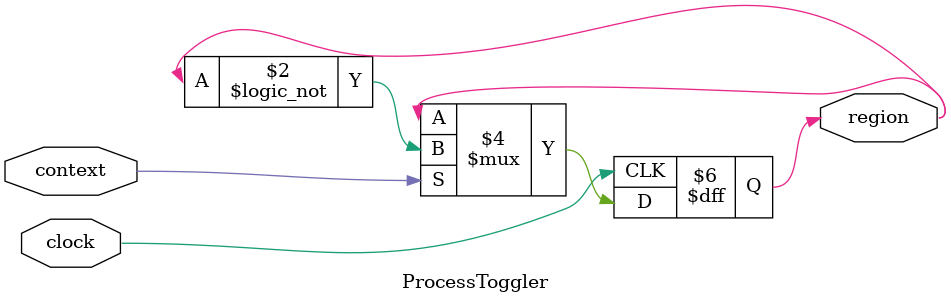
<source format=v>
module ProcessToggler( clock, context, region );

	input clock, context;
	output reg region;
	
	initial begin
		region <= 0;
	end
	
	always @( posedge clock )
	begin
		if( context )
			region <= !region;
	end

endmodule 
</source>
